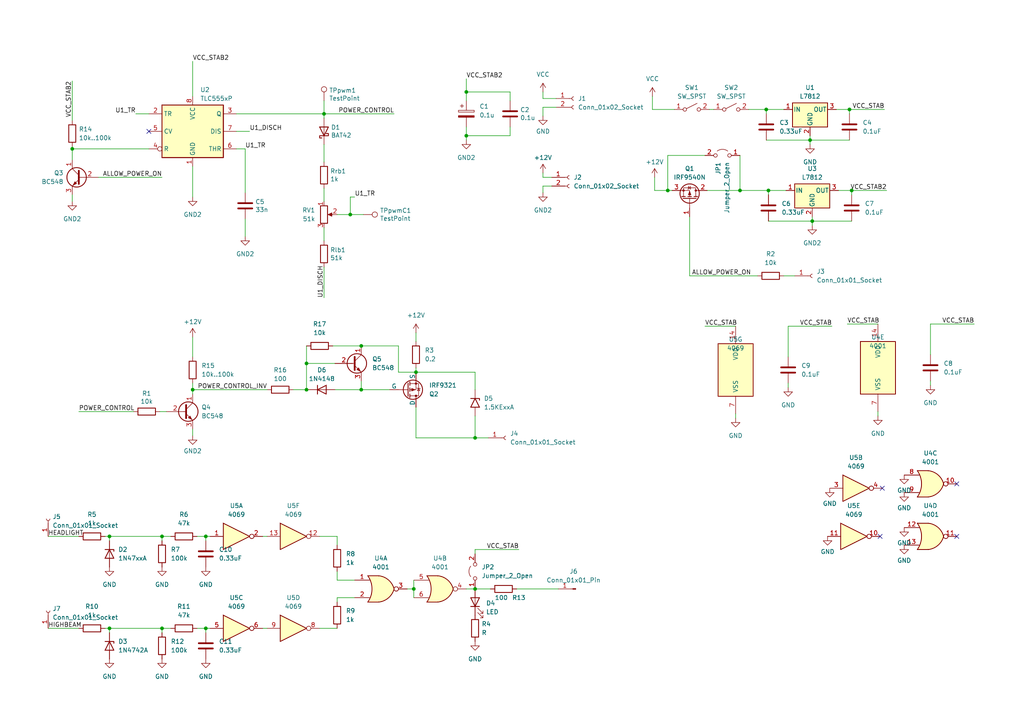
<source format=kicad_sch>
(kicad_sch (version 20230121) (generator eeschema)
  (paper "A4")
  (lib_symbols
    (symbol "4xxx:4001" (pin_names (offset 1.016))
      (property "Reference" "U" (at 0 1.27 0))
      (property "Value" "4001" (at 0 -1.27 0))
      (symbol "4001_1_1"
        (pin input line (at -7.62 2.54 0) (length 4.318) (name "~") (number "1"))
        (pin input line (at -7.62 -2.54 0) (length 4.318) (name "~") (number "2"))
        (pin output inverted (at 7.62 0 180) (length 3.81) (name "~") (number "3"))
      )
      (symbol "4001_1_2"
        (pin input inverted (at -7.62 2.54 0) (length 3.81) (name "~") (number "1"))
        (pin input inverted (at -7.62 -2.54 0) (length 3.81) (name "~") (number "2"))
        (pin output line (at 7.62 0 180) (length 3.81) (name "~") (number "3"))
      )
      (symbol "4001_2_1"
        (pin output inverted (at 7.62 0 180) (length 3.81) (name "~") (number "4"))
        (pin input line (at -7.62 2.54 0) (length 4.318) (name "~") (number "5"))
        (pin input line (at -7.62 -2.54 0) (length 4.318) (name "~") (number "6"))
      )
      (symbol "4001_2_2"
        (pin output line (at 7.62 0 180) (length 3.81) (name "~") (number "4"))
        (pin input inverted (at -7.62 2.54 0) (length 3.81) (name "~") (number "5"))
        (pin input inverted (at -7.62 -2.54 0) (length 3.81) (name "~") (number "6"))
      )
      (symbol "4001_3_1"
        (pin output inverted (at 7.62 0 180) (length 3.81) (name "~") (number "10"))
        (pin input line (at -7.62 2.54 0) (length 4.318) (name "~") (number "8"))
        (pin input line (at -7.62 -2.54 0) (length 4.318) (name "~") (number "9"))
      )
      (symbol "4001_3_2"
        (pin output line (at 7.62 0 180) (length 3.81) (name "~") (number "10"))
        (pin input inverted (at -7.62 2.54 0) (length 3.81) (name "~") (number "8"))
        (pin input inverted (at -7.62 -2.54 0) (length 3.81) (name "~") (number "9"))
      )
      (symbol "4001_4_1"
        (pin output inverted (at 7.62 0 180) (length 3.81) (name "~") (number "11"))
        (pin input line (at -7.62 2.54 0) (length 4.318) (name "~") (number "12"))
        (pin input line (at -7.62 -2.54 0) (length 4.318) (name "~") (number "13"))
      )
      (symbol "4001_4_2"
        (pin output line (at 7.62 0 180) (length 3.81) (name "~") (number "11"))
        (pin input inverted (at -7.62 2.54 0) (length 3.81) (name "~") (number "12"))
        (pin input inverted (at -7.62 -2.54 0) (length 3.81) (name "~") (number "13"))
      )
      (symbol "4001_5_0"
        (pin power_in line (at 0 12.7 270) (length 5.08) (name "VDD") (number "14"))
        (pin power_in line (at 0 -12.7 90) (length 5.08) (name "VSS") (number "7"))
      )
    )
    (symbol "4xxx:4069" (pin_names (offset 1.016))
      (property "Reference" "U" (at 0 1.27 0))
      (property "Value" "4069" (at 0 -1.27 0))
      (symbol "4069_1_0"
        (pin input line (at -7.62 0 0) (length 3.81) (name "~") (number "1"))
        (pin output inverted (at 7.62 0 180) (length 3.81) (name "~") (number "2"))
      )
      (symbol "4069_2_0"
        (pin input line (at -7.62 0 0) (length 3.81) (name "~") (number "3"))
        (pin output inverted (at 7.62 0 180) (length 3.81) (name "~") (number "4"))
      )
      (symbol "4069_3_0"
        (pin input line (at -7.62 0 0) (length 3.81) (name "~") (number "5"))
        (pin output inverted (at 7.62 0 180) (length 3.81) (name "~") (number "6"))
      )
      (symbol "4069_4_0"
        (pin output inverted (at 7.62 0 180) (length 3.81) (name "~") (number "8"))
        (pin input line (at -7.62 0 0) (length 3.81) (name "~") (number "9"))
      )
      (symbol "4069_5_0"
        (pin output inverted (at 7.62 0 180) (length 3.81) (name "~") (number "10"))
        (pin input line (at -7.62 0 0) (length 3.81) (name "~") (number "11"))
      )
      (symbol "4069_6_0"
        (pin output inverted (at 7.62 0 180) (length 3.81) (name "~") (number "12"))
        (pin input line (at -7.62 0 0) (length 3.81) (name "~") (number "13"))
      )
      (symbol "4069_7_0"
        (pin power_in line (at 0 12.7 270) (length 5.08) (name "VDD") (number "14"))
        (pin power_in line (at 0 -12.7 90) (length 5.08) (name "VSS") (number "7"))
      )
    )
    (symbol "Connector:Conn_01x01_Pin" (pin_names (offset 1.016) hide)
      (property "Reference" "J" (at 0 2.54 0))
      (property "Value" "Conn_01x01_Pin" (at 0 -2.54 0))
      (symbol "Conn_01x01_Pin_1_1"
        (pin passive line (at 5.08 0 180) (length 3.81) (name "Pin_1") (number "1"))
      )
    )
    (symbol "Connector:Conn_01x01_Socket" (pin_names (offset 1.016) hide)
      (property "Reference" "J" (at 0 2.54 0))
      (property "Value" "Conn_01x01_Socket" (at 0 -2.54 0))
      (symbol "Conn_01x01_Socket_1_1"
        (pin passive line (at -5.08 0 0) (length 3.81) (name "Pin_1") (number "1"))
      )
    )
    (symbol "Connector:Conn_01x02_Socket" (pin_names (offset 1.016) hide)
      (property "Reference" "J" (at 0 2.54 0))
      (property "Value" "Conn_01x02_Socket" (at 0 -5.08 0))
      (symbol "Conn_01x02_Socket_1_1"
        (pin passive line (at -5.08 0 0) (length 3.81) (name "Pin_1") (number "1"))
        (pin passive line (at -5.08 -2.54 0) (length 3.81) (name "Pin_2") (number "2"))
      )
    )
    (symbol "Connector:TestPoint" (pin_numbers hide) (pin_names (offset 0.762) hide)
      (property "Reference" "TP" (at 0 6.858 0))
      (property "Value" "TestPoint" (at 0 5.08 0))
      (symbol "TestPoint_1_1"
        (pin passive line (at 0 0 90) (length 2.54) (name "1") (number "1"))
      )
    )
    (symbol "Device:C" (pin_numbers hide) (pin_names (offset 0.254))
      (property "Reference" "C" (at 0.635 2.54 0))
      (property "Value" "C" (at 0.635 -2.54 0))
      (symbol "C_1_1"
        (pin passive line (at 0 3.81 270) (length 2.794) (name "~") (number "1"))
        (pin passive line (at 0 -3.81 90) (length 2.794) (name "~") (number "2"))
      )
    )
    (symbol "Device:C_Polarized" (pin_numbers hide) (pin_names (offset 0.254))
      (property "Reference" "C" (at 0.635 2.54 0))
      (property "Value" "C_Polarized" (at 0.635 -2.54 0))
      (symbol "C_Polarized_1_1"
        (pin passive line (at 0 3.81 270) (length 2.794) (name "~") (number "1"))
        (pin passive line (at 0 -3.81 90) (length 2.794) (name "~") (number "2"))
      )
    )
    (symbol "Device:LED" (pin_numbers hide) (pin_names (offset 1.016) hide)
      (property "Reference" "D" (at 0 2.54 0))
      (property "Value" "LED" (at 0 -2.54 0))
      (symbol "LED_1_1"
        (pin passive line (at -3.81 0 0) (length 2.54) (name "K") (number "1"))
        (pin passive line (at 3.81 0 180) (length 2.54) (name "A") (number "2"))
      )
    )
    (symbol "Device:R" (pin_numbers hide) (pin_names (offset 0))
      (property "Reference" "R" (at 2.032 0 90))
      (property "Value" "R" (at 0 0 90))
      (symbol "R_1_1"
        (pin passive line (at 0 3.81 270) (length 1.27) (name "~") (number "1"))
        (pin passive line (at 0 -3.81 90) (length 1.27) (name "~") (number "2"))
      )
    )
    (symbol "Device:R_Potentiometer" (pin_names (offset 1.016) hide)
      (property "Reference" "RV" (at -4.445 0 90))
      (property "Value" "R_Potentiometer" (at -2.54 0 90))
      (symbol "R_Potentiometer_1_1"
        (pin passive line (at 0 3.81 270) (length 1.27) (name "1") (number "1"))
        (pin passive line (at 3.81 0 180) (length 1.27) (name "2") (number "2"))
        (pin passive line (at 0 -3.81 90) (length 1.27) (name "3") (number "3"))
      )
    )
    (symbol "Diode:1.5KExxA" (pin_numbers hide) (pin_names (offset 1.016) hide)
      (property "Reference" "D" (at 0 2.54 0))
      (property "Value" "1.5KExxA" (at 0 -2.54 0))
      (symbol "1.5KExxA_1_1"
        (pin passive line (at -3.81 0 0) (length 2.54) (name "A1") (number "1"))
        (pin passive line (at 3.81 0 180) (length 2.54) (name "A2") (number "2"))
      )
    )
    (symbol "Diode:1N4148" (pin_numbers hide) (pin_names hide)
      (property "Reference" "D" (at 0 2.54 0))
      (property "Value" "1N4148" (at 0 -2.54 0))
      (symbol "1N4148_1_1"
        (pin passive line (at -3.81 0 0) (length 2.54) (name "K") (number "1"))
        (pin passive line (at 3.81 0 180) (length 2.54) (name "A") (number "2"))
      )
    )
    (symbol "Diode:1N47xxA" (pin_numbers hide) (pin_names hide)
      (property "Reference" "D" (at 0 2.54 0))
      (property "Value" "1N47xxA" (at 0 -2.54 0))
      (symbol "1N47xxA_1_1"
        (pin passive line (at -3.81 0 0) (length 2.54) (name "K") (number "1"))
        (pin passive line (at 3.81 0 180) (length 2.54) (name "A") (number "2"))
      )
    )
    (symbol "Diode:BAT42" (pin_numbers hide) (pin_names (offset 1.016) hide)
      (property "Reference" "D" (at 0 2.54 0))
      (property "Value" "BAT42" (at 0 -2.54 0))
      (symbol "BAT42_1_1"
        (pin passive line (at -3.81 0 0) (length 2.54) (name "K") (number "1"))
        (pin passive line (at 3.81 0 180) (length 2.54) (name "A") (number "2"))
      )
    )
    (symbol "Jumper:Jumper_2_Open" (pin_names (offset 0) hide)
      (property "Reference" "JP" (at 0 2.794 0))
      (property "Value" "Jumper_2_Open" (at 0 -2.286 0))
      (symbol "Jumper_2_Open_1_1"
        (pin passive line (at -5.08 0 0) (length 2.54) (name "A") (number "1"))
        (pin passive line (at 5.08 0 180) (length 2.54) (name "B") (number "2"))
      )
    )
    (symbol "Regulator_Linear:L7812" (pin_names (offset 0.254))
      (property "Reference" "U" (at -3.81 3.175 0))
      (property "Value" "L7812" (at 0 3.175 0))
      (symbol "L7812_1_1"
        (pin power_in line (at -7.62 0 0) (length 2.54) (name "IN") (number "1"))
        (pin power_in line (at 0 -7.62 90) (length 2.54) (name "GND") (number "2"))
        (pin power_out line (at 7.62 0 180) (length 2.54) (name "OUT") (number "3"))
      )
    )
    (symbol "Simulation_SPICE:PMOS" (pin_numbers hide) (pin_names (offset 0))
      (property "Reference" "Q" (at 5.08 1.27 0))
      (property "Value" "PMOS" (at 5.08 -1.27 0))
      (symbol "PMOS_1_1"
        (pin passive line (at 2.54 5.08 270) (length 2.54) (name "D") (number "1"))
        (pin input line (at -5.08 0 0) (length 2.54) (name "G") (number "2"))
        (pin passive line (at 2.54 -5.08 90) (length 2.54) (name "S") (number "3"))
      )
    )
    (symbol "Switch:SW_SPST" (pin_names (offset 0) hide)
      (property "Reference" "SW" (at 0 3.175 0))
      (property "Value" "SW_SPST" (at 0 -2.54 0))
      (symbol "SW_SPST_1_1"
        (pin passive line (at -5.08 0 0) (length 2.54) (name "A") (number "1"))
        (pin passive line (at 5.08 0 180) (length 2.54) (name "B") (number "2"))
      )
    )
    (symbol "Timer:TLC555xP"
      (property "Reference" "U" (at -10.16 8.89 0))
      (property "Value" "TLC555xP" (at 2.54 8.89 0))
      (symbol "TLC555xP_0_0"
        (pin power_in line (at 0 -10.16 90) (length 2.54) (name "GND") (number "1"))
        (pin power_in line (at 0 10.16 270) (length 2.54) (name "VCC") (number "8"))
      )
      (symbol "TLC555xP_1_1"
        (pin input line (at -12.7 5.08 0) (length 3.81) (name "TR") (number "2"))
        (pin output line (at 12.7 5.08 180) (length 3.81) (name "Q") (number "3"))
        (pin input inverted (at -12.7 -5.08 0) (length 3.81) (name "R") (number "4"))
        (pin input line (at -12.7 0 0) (length 3.81) (name "CV") (number "5"))
        (pin input line (at 12.7 -5.08 180) (length 3.81) (name "THR") (number "6"))
        (pin input line (at 12.7 0 180) (length 3.81) (name "DIS") (number "7"))
      )
    )
    (symbol "Transistor_BJT:BC548" (pin_names (offset 0) hide)
      (property "Reference" "Q" (at 5.08 1.905 0))
      (property "Value" "BC548" (at 5.08 0 0))
      (symbol "BC548_1_1"
        (pin passive line (at 2.54 5.08 270) (length 2.54) (name "C") (number "1"))
        (pin input line (at -5.08 0 0) (length 5.08) (name "B") (number "2"))
        (pin passive line (at 2.54 -5.08 90) (length 2.54) (name "E") (number "3"))
      )
    )
    (symbol "Transistor_FET:IRF9540N" (pin_names hide)
      (property "Reference" "Q" (at 5.08 1.905 0))
      (property "Value" "IRF9540N" (at 5.08 0 0))
      (symbol "IRF9540N_1_1"
        (pin input line (at -5.08 0 0) (length 2.54) (name "G") (number "1"))
        (pin passive line (at 2.54 5.08 270) (length 2.54) (name "D") (number "2"))
        (pin passive line (at 2.54 -5.08 90) (length 2.54) (name "S") (number "3"))
      )
    )
    (symbol "power:+12V" (power) (pin_names (offset 0))
      (property "Value" "+12V" (at 0 3.556 0))
      (symbol "+12V_1_1"
        (pin power_in line (at 0 0 90) (length 0) hide (name "+12V") (number "1"))
      )
    )
    (symbol "power:GND" (power) (pin_names (offset 0))
      (property "Value" "GND" (at 0 -3.81 0))
      (symbol "GND_1_1"
        (pin power_in line (at 0 0 270) (length 0) hide (name "GND") (number "1"))
      )
    )
    (symbol "power:GND2" (power) (pin_names (offset 0))
      (property "Value" "GND2" (at 0 -3.81 0))
      (symbol "GND2_1_1"
        (pin power_in line (at 0 0 270) (length 0) hide (name "GND2") (number "1"))
      )
    )
    (symbol "power:VCC" (power) (pin_names (offset 0))
      (property "Value" "VCC" (at 0 3.81 0))
      (symbol "VCC_1_1"
        (pin power_in line (at 0 0 90) (length 0) hide (name "VCC") (number "1"))
      )
    )
  )
  (junction (at 193.675 55.245))
  (junction (at 104.775 113.03))
  (junction (at 88.9 113.03))
  (junction (at 46.99 155.575))
  (junction (at 93.98 33.02))
  (junction (at 101.6 62.23))
  (junction (at 214.63 55.245))
  (junction (at 234.95 40.64))
  (junction (at 55.88 113.03))
  (junction (at 59.69 155.575))
  (junction (at 137.795 170.815))
  (junction (at 31.75 155.575))
  (junction (at 104.775 100.33))
  (junction (at 235.585 64.135))
  (junction (at 137.795 127))
  (junction (at 88.9 105.41))
  (junction (at 31.75 182.245))
  (junction (at 222.25 31.75))
  (junction (at 247.015 55.245))
  (junction (at 20.955 43.18))
  (junction (at 222.885 55.245))
  (junction (at 246.38 31.75))
  (junction (at 46.99 182.245))
  (junction (at 135.255 39.37))
  (junction (at 59.69 182.245))
  (junction (at 120.65 107.95))
  (junction (at 135.255 26.67))
  (junction (at 120.015 170.815))
  (no_connect (at 277.495 140.335))
  (no_connect (at 43.18 38.1))
  (no_connect (at 277.495 155.575))
  (no_connect (at 255.905 141.605))
  (no_connect (at 255.27 155.575))
  (wire (pts (xy 101.6 62.23) (xy 105.41 62.23)))
  (wire (pts (xy 97.79 158.115) (xy 97.79 155.575)))
  (wire (pts (xy 228.6 103.505) (xy 228.6 94.615)))
  (wire (pts (xy 57.15 182.245) (xy 59.69 182.245)))
  (wire (pts (xy 205.105 55.245) (xy 214.63 55.245)))
  (wire (pts (xy 46.355 119.38) (xy 48.26 119.38)))
  (wire (pts (xy 55.88 124.46) (xy 55.88 126.365)))
  (wire (pts (xy 55.88 103.505) (xy 55.88 97.79)))
  (wire (pts (xy 149.86 170.815) (xy 161.925 170.815)))
  (wire (pts (xy 30.48 155.575) (xy 31.75 155.575)))
  (wire (pts (xy 246.38 31.75) (xy 256.54 31.75)))
  (wire (pts (xy 137.795 107.95) (xy 120.65 107.95)))
  (wire (pts (xy 235.585 64.135) (xy 235.585 65.405)))
  (wire (pts (xy 93.98 33.02) (xy 114.3 33.02)))
  (wire (pts (xy 20.955 56.515) (xy 20.955 58.42)))
  (wire (pts (xy 13.97 182.245) (xy 22.86 182.245)))
  (wire (pts (xy 157.48 31.115) (xy 157.48 33.655)))
  (wire (pts (xy 71.12 43.18) (xy 71.12 55.88)))
  (wire (pts (xy 120.65 96.52) (xy 120.65 99.06)))
  (wire (pts (xy 195.58 31.75) (xy 189.23 31.75)))
  (wire (pts (xy 46.99 182.245) (xy 46.99 183.515)))
  (wire (pts (xy 31.75 155.575) (xy 46.99 155.575)))
  (wire (pts (xy 120.65 118.11) (xy 120.65 127)))
  (wire (pts (xy 157.48 53.975) (xy 157.48 55.88)))
  (wire (pts (xy 93.98 77.47) (xy 93.98 86.36)))
  (wire (pts (xy 214.63 45.085) (xy 214.63 55.245)))
  (wire (pts (xy 76.2 182.245) (xy 77.47 182.245)))
  (wire (pts (xy 68.58 33.02) (xy 93.98 33.02)))
  (wire (pts (xy 247.015 55.245) (xy 247.015 56.515)))
  (wire (pts (xy 245.745 93.98) (xy 254.635 93.98)))
  (wire (pts (xy 59.69 183.515) (xy 59.69 182.245)))
  (wire (pts (xy 120.65 106.68) (xy 120.65 107.95)))
  (wire (pts (xy 160.02 53.975) (xy 157.48 53.975)))
  (wire (pts (xy 118.11 170.815) (xy 120.015 170.815)))
  (wire (pts (xy 189.865 51.435) (xy 189.865 55.245)))
  (wire (pts (xy 120.015 170.815) (xy 120.015 173.355)))
  (wire (pts (xy 189.865 55.245) (xy 193.675 55.245)))
  (wire (pts (xy 137.795 159.385) (xy 150.495 159.385)))
  (wire (pts (xy 59.69 182.245) (xy 60.96 182.245)))
  (wire (pts (xy 247.015 55.245) (xy 257.175 55.245)))
  (wire (pts (xy 13.97 155.575) (xy 22.86 155.575)))
  (wire (pts (xy 135.255 40.64) (xy 135.255 39.37)))
  (wire (pts (xy 147.955 39.37) (xy 135.255 39.37)))
  (wire (pts (xy 59.69 155.575) (xy 60.96 155.575)))
  (wire (pts (xy 93.98 41.91) (xy 93.98 46.99)))
  (wire (pts (xy 243.205 55.245) (xy 247.015 55.245)))
  (wire (pts (xy 193.675 45.085) (xy 193.675 55.245)))
  (wire (pts (xy 55.88 17.78) (xy 55.88 27.94)))
  (wire (pts (xy 246.38 40.64) (xy 234.95 40.64)))
  (wire (pts (xy 161.29 31.115) (xy 157.48 31.115)))
  (wire (pts (xy 20.955 43.18) (xy 43.18 43.18)))
  (wire (pts (xy 217.17 31.75) (xy 222.25 31.75)))
  (wire (pts (xy 97.79 174.625) (xy 97.79 173.355)))
  (wire (pts (xy 102.87 57.15) (xy 101.6 57.15)))
  (wire (pts (xy 30.48 182.245) (xy 31.75 182.245)))
  (wire (pts (xy 97.79 168.275) (xy 97.79 165.735)))
  (wire (pts (xy 137.795 159.385) (xy 137.795 160.655)))
  (wire (pts (xy 120.015 170.815) (xy 120.015 168.275)))
  (wire (pts (xy 57.15 155.575) (xy 59.69 155.575)))
  (wire (pts (xy 93.98 58.42) (xy 93.98 54.61)))
  (wire (pts (xy 189.23 27.94) (xy 189.23 31.75)))
  (wire (pts (xy 137.795 127) (xy 141.605 127)))
  (wire (pts (xy 97.79 155.575) (xy 92.71 155.575)))
  (wire (pts (xy 39.37 33.02) (xy 43.18 33.02)))
  (wire (pts (xy 22.86 119.38) (xy 38.735 119.38)))
  (wire (pts (xy 55.88 48.26) (xy 55.88 57.15)))
  (wire (pts (xy 102.87 168.275) (xy 97.79 168.275)))
  (wire (pts (xy 214.63 55.245) (xy 222.885 55.245)))
  (wire (pts (xy 242.57 31.75) (xy 246.38 31.75)))
  (wire (pts (xy 46.99 182.245) (xy 49.53 182.245)))
  (wire (pts (xy 269.875 110.49) (xy 269.875 111.76)))
  (wire (pts (xy 135.255 22.86) (xy 135.255 26.67)))
  (wire (pts (xy 235.585 62.865) (xy 235.585 64.135)))
  (wire (pts (xy 161.29 28.575) (xy 157.48 28.575)))
  (wire (pts (xy 157.48 51.435) (xy 157.48 50.165)))
  (wire (pts (xy 88.9 100.33) (xy 88.9 105.41)))
  (wire (pts (xy 104.775 113.03) (xy 113.03 113.03)))
  (wire (pts (xy 88.9 105.41) (xy 88.9 113.03)))
  (wire (pts (xy 97.79 62.23) (xy 101.6 62.23)))
  (wire (pts (xy 228.6 111.125) (xy 228.6 112.395)))
  (wire (pts (xy 135.255 26.67) (xy 135.255 29.21)))
  (wire (pts (xy 247.015 64.135) (xy 235.585 64.135)))
  (wire (pts (xy 234.95 39.37) (xy 234.95 40.64)))
  (wire (pts (xy 135.255 39.37) (xy 135.255 36.83)))
  (wire (pts (xy 254.635 119.38) (xy 254.635 120.65)))
  (wire (pts (xy 20.955 34.925) (xy 20.955 23.495)))
  (wire (pts (xy 227.33 80.01) (xy 230.505 80.01)))
  (wire (pts (xy 104.775 100.33) (xy 115.57 100.33)))
  (wire (pts (xy 46.99 155.575) (xy 49.53 155.575)))
  (wire (pts (xy 31.75 182.245) (xy 31.75 183.515)))
  (wire (pts (xy 55.88 113.03) (xy 55.88 114.3)))
  (wire (pts (xy 234.95 40.64) (xy 234.95 41.91)))
  (wire (pts (xy 219.71 80.01) (xy 200.025 80.01)))
  (wire (pts (xy 222.885 55.245) (xy 227.965 55.245)))
  (wire (pts (xy 205.74 31.75) (xy 207.01 31.75)))
  (wire (pts (xy 97.155 113.03) (xy 104.775 113.03)))
  (wire (pts (xy 137.795 120.65) (xy 137.795 127)))
  (wire (pts (xy 72.39 38.1) (xy 68.58 38.1)))
  (wire (pts (xy 46.99 155.575) (xy 46.99 156.845)))
  (wire (pts (xy 71.12 43.18) (xy 68.58 43.18)))
  (wire (pts (xy 269.875 93.98) (xy 282.575 93.98)))
  (wire (pts (xy 246.38 31.75) (xy 246.38 33.02)))
  (wire (pts (xy 135.255 170.815) (xy 137.795 170.815)))
  (wire (pts (xy 101.6 57.15) (xy 101.6 62.23)))
  (wire (pts (xy 28.575 51.435) (xy 46.99 51.435)))
  (wire (pts (xy 92.71 182.245) (xy 97.79 182.245)))
  (wire (pts (xy 193.675 55.245) (xy 194.945 55.245)))
  (wire (pts (xy 31.75 182.245) (xy 46.99 182.245)))
  (wire (pts (xy 222.25 31.75) (xy 227.33 31.75)))
  (wire (pts (xy 20.955 42.545) (xy 20.955 43.18)))
  (wire (pts (xy 204.47 94.615) (xy 213.36 94.615)))
  (wire (pts (xy 20.955 43.18) (xy 20.955 46.355)))
  (wire (pts (xy 55.88 113.03) (xy 77.47 113.03)))
  (wire (pts (xy 55.88 113.03) (xy 55.88 111.125)))
  (wire (pts (xy 222.25 31.75) (xy 222.25 33.02)))
  (wire (pts (xy 160.02 51.435) (xy 157.48 51.435)))
  (wire (pts (xy 115.57 100.33) (xy 115.57 107.95)))
  (wire (pts (xy 147.955 26.67) (xy 135.255 26.67)))
  (wire (pts (xy 222.25 40.64) (xy 234.95 40.64)))
  (wire (pts (xy 222.885 64.135) (xy 235.585 64.135)))
  (wire (pts (xy 88.9 105.41) (xy 97.155 105.41)))
  (wire (pts (xy 137.795 113.03) (xy 137.795 107.95)))
  (wire (pts (xy 93.98 33.02) (xy 93.98 34.29)))
  (wire (pts (xy 97.79 173.355) (xy 102.87 173.355)))
  (wire (pts (xy 222.885 55.245) (xy 222.885 56.515)))
  (wire (pts (xy 213.36 120.015) (xy 213.36 121.285)))
  (wire (pts (xy 200.025 62.865) (xy 200.025 80.01)))
  (wire (pts (xy 88.9 113.03) (xy 89.535 113.03)))
  (wire (pts (xy 157.48 26.67) (xy 157.48 28.575)))
  (wire (pts (xy 147.955 29.21) (xy 147.955 26.67)))
  (wire (pts (xy 93.98 29.21) (xy 93.98 33.02)))
  (wire (pts (xy 269.875 102.87) (xy 269.875 93.98)))
  (wire (pts (xy 137.795 170.815) (xy 142.24 170.815)))
  (wire (pts (xy 228.6 94.615) (xy 241.3 94.615)))
  (wire (pts (xy 76.2 155.575) (xy 77.47 155.575)))
  (wire (pts (xy 115.57 107.95) (xy 120.65 107.95)))
  (wire (pts (xy 59.69 156.845) (xy 59.69 155.575)))
  (wire (pts (xy 71.12 68.58) (xy 71.12 63.5)))
  (wire (pts (xy 204.47 45.085) (xy 193.675 45.085)))
  (wire (pts (xy 96.52 100.33) (xy 104.775 100.33)))
  (wire (pts (xy 31.75 155.575) (xy 31.75 156.845)))
  (wire (pts (xy 120.65 127) (xy 137.795 127)))
  (wire (pts (xy 104.775 113.03) (xy 104.775 110.49)))
  (wire (pts (xy 147.955 36.83) (xy 147.955 39.37)))
  (wire (pts (xy 85.09 113.03) (xy 88.9 113.03)))
  (wire (pts (xy 93.98 66.04) (xy 93.98 69.85)))
  (label "VCC_STAB" (at 282.575 93.98 180))
  (label "VCC_STAB2" (at 135.255 22.86 0))
  (label "U1_TR" (at 39.37 33.02 180))
  (label "ALLOW_POWER_ON" (at 46.99 51.435 180))
  (label "VCC_STAB2" (at 20.955 23.495 270))
  (label "VCC_STAB" (at 150.495 159.385 180))
  (label "HIGHBEAM" (at 13.97 182.245 0))
  (label "U1_DISCH" (at 72.39 38.1 0))
  (label "ALLOW_POWER_ON" (at 200.66 80.01 0))
  (label "U1_TR" (at 102.87 57.15 0))
  (label "VCC_STAB2" (at 257.175 55.245 180))
  (label "U1_TR" (at 71.12 43.18 0))
  (label "POWER_CONTROL" (at 22.86 119.38 0))
  (label "POWER_CONTROL" (at 114.3 33.02 180))
  (label "VCC_STAB" (at 204.47 94.615 0))
  (label "VCC_STAB" (at 245.745 93.98 0))
  (label "HEADLIGHT" (at 13.97 155.575 0))
  (label "VCC_STAB" (at 241.3 94.615 180))
  (label "POWER_CONTROL_INV" (at 77.47 113.03 180))
  (label "U1_DISCH" (at 93.98 86.36 90))
  (label "VCC_STAB" (at 256.54 31.75 180))
  (label "VCC_STAB2" (at 55.88 17.78 0))
  (symbol (lib_id "Device:R") (at 81.28 113.03 90) (unit 1)
    (property "Reference" "R16" (at 81.28 107.315 90))
    (property "Value" "100" (at 81.28 109.855 90))
    (property "Footprint" "Resistor_THT:R_Axial_DIN0207_L6.3mm_D2.5mm_P2.54mm_Vertical" (effects hide))
  )
  (symbol (lib_id "power:GND") (at 59.69 164.465 0) (unit 1)
    (property "Reference" "#PWR019" (effects hide))
    (property "Value" "GND" (at 59.69 169.545 0))
  )
  (symbol (lib_id "power:GND") (at 31.75 191.135 0) (unit 1)
    (property "Reference" "#PWR020" (effects hide))
    (property "Value" "GND" (at 31.75 196.215 0))
  )
  (symbol (lib_id "power:GND2") (at 55.88 57.15 0) (unit 1)
    (property "Reference" "#PWR09" (effects hide))
    (property "Value" "GND2" (at 55.88 62.23 0))
  )
  (symbol (lib_id "Connector:Conn_01x02_Socket") (at 165.1 51.435 0) (unit 1)
    (property "Reference" "J2" (at 166.37 51.435 0) (effects (justify left)))
    (property "Value" "Conn_01x02_Socket" (at 166.37 53.975 0) (effects (justify left)))
    (property "Footprint" "Connector_Wire:SolderWire-2.5sqmm_1x02_P8.8mm_D2.4mm_OD4.4mm" (effects hide))
  )
  (symbol (lib_id "Device:C") (at 71.12 59.69 0) (unit 1)
    (property "Reference" "C5" (at 74.041 58.5216 0) (effects (justify left)))
    (property "Value" "33n" (at 74.041 60.833 0) (effects (justify left)))
    (property "Footprint" "Capacitor_THT:C_Disc_D6.0mm_W2.5mm_P5.00mm" (effects hide))
  )
  (symbol (lib_id "power:GND2") (at 135.255 40.64 0) (unit 1)
    (property "Reference" "#PWR04" (effects hide))
    (property "Value" "GND2" (at 135.255 45.72 0))
  )
  (symbol (lib_id "power:GND") (at 262.255 153.035 0) (unit 1)
    (property "Reference" "#PWR028" (effects hide))
    (property "Value" "GND" (at 262.255 157.48 0))
  )
  (symbol (lib_id "Device:C") (at 59.69 187.325 0) (unit 1)
    (property "Reference" "C11" (at 63.5 186.055 0) (effects (justify left)))
    (property "Value" "0.33uF" (at 63.5 188.595 0) (effects (justify left)))
    (property "Footprint" "Capacitor_THT:C_Disc_D6.0mm_W2.5mm_P5.00mm" (effects hide))
  )
  (symbol (lib_id "power:GND2") (at 55.88 126.365 0) (unit 1)
    (property "Reference" "#PWR031" (effects hide))
    (property "Value" "GND2" (at 55.88 130.81 0))
  )
  (symbol (lib_id "power:GND") (at 228.6 112.395 0) (unit 1)
    (property "Reference" "#PWR014" (effects hide))
    (property "Value" "GND" (at 228.6 117.475 0))
  )
  (symbol (lib_id "Device:C") (at 222.25 36.83 0) (unit 1)
    (property "Reference" "C3" (at 226.06 35.56 0) (effects (justify left)))
    (property "Value" "0.33uF" (at 226.06 38.1 0) (effects (justify left)))
    (property "Footprint" "Capacitor_THT:C_Disc_D6.0mm_W2.5mm_P5.00mm" (effects hide))
  )
  (symbol (lib_id "Diode:1N47xxA") (at 31.75 160.655 270) (unit 1)
    (property "Reference" "D2" (at 34.29 159.385 90) (effects (justify left)))
    (property "Value" "1N47xxA" (at 34.29 161.925 90) (effects (justify left)))
    (property "Footprint" "Diode_THT:D_DO-41_SOD81_P10.16mm_Horizontal" (effects hide))
    (property "Datasheet" "https://www.vishay.com/docs/85816/1n4728a.pdf" (effects hide))
  )
  (symbol (lib_id "Connector:Conn_01x01_Socket") (at 13.97 177.165 90) (unit 1)
    (property "Reference" "J7" (at 15.24 176.53 90) (effects (justify right)))
    (property "Value" "Conn_01x01_Socket" (at 15.24 179.07 90) (effects (justify right)))
    (property "Footprint" "Connector_Wire:SolderWire-1.5sqmm_1x01_D1.7mm_OD3mm" (effects hide))
  )
  (symbol (lib_id "Connector:Conn_01x02_Socket") (at 166.37 28.575 0) (unit 1)
    (property "Reference" "J1" (at 167.64 28.575 0) (effects (justify left)))
    (property "Value" "Conn_01x02_Socket" (at 167.64 31.115 0) (effects (justify left)))
    (property "Footprint" "Connector_Wire:SolderWire-2.5sqmm_1x02_P8.8mm_D2.4mm_OD4.4mm" (effects hide))
  )
  (symbol (lib_id "4xxx:4069") (at 248.285 141.605 0) (unit 2)
    (property "Reference" "U5" (at 248.285 132.715 0))
    (property "Value" "4069" (at 248.285 135.255 0))
    (property "Footprint" "Package_DIP:DIP-14_W7.62mm" (effects hide))
    (property "Datasheet" "http://www.intersil.com/content/dam/Intersil/documents/cd40/cd4069ubms.pdf" (effects hide))
  )
  (symbol (lib_id "power:GND") (at 234.95 41.91 0) (unit 1)
    (property "Reference" "#PWR05" (effects hide))
    (property "Value" "GND" (at 234.95 46.99 0))
  )
  (symbol (lib_id "power:GND2") (at 71.12 68.58 0) (unit 1)
    (property "Reference" "#PWR010" (effects hide))
    (property "Value" "GND2" (at 71.12 73.66 0))
  )
  (symbol (lib_id "Device:R") (at 46.99 160.655 0) (unit 1)
    (property "Reference" "R7" (at 49.53 159.385 0) (effects (justify left)))
    (property "Value" "100k" (at 49.53 161.925 0) (effects (justify left)))
    (property "Footprint" "Resistor_THT:R_Axial_DIN0207_L6.3mm_D2.5mm_P2.54mm_Vertical" (effects hide))
  )
  (symbol (lib_id "Device:R") (at 42.545 119.38 270) (unit 1)
    (property "Reference" "R1" (at 42.545 114.1222 90))
    (property "Value" "10k" (at 42.545 116.4336 90))
    (property "Footprint" "Resistor_THT:R_Axial_DIN0207_L6.3mm_D2.5mm_P2.54mm_Vertical" (effects hide))
  )
  (symbol (lib_id "power:+12V") (at 189.865 51.435 0) (unit 1)
    (property "Reference" "#PWR07" (effects hide))
    (property "Value" "+12V" (at 189.865 46.99 0))
  )
  (symbol (lib_id "power:VCC") (at 157.48 26.67 0) (unit 1)
    (property "Reference" "#PWR01" (effects hide))
    (property "Value" "VCC" (at 157.48 21.59 0))
  )
  (symbol (lib_id "Device:C") (at 247.015 60.325 0) (unit 1)
    (property "Reference" "C7" (at 250.825 59.055 0) (effects (justify left)))
    (property "Value" "0.1uF" (at 250.825 61.595 0) (effects (justify left)))
    (property "Footprint" "Capacitor_THT:C_Disc_D6.0mm_W2.5mm_P5.00mm" (effects hide))
  )
  (symbol (lib_id "Transistor_FET:IRF9540N") (at 200.025 57.785 270) (mirror x) (unit 1)
    (property "Reference" "Q1" (at 200.025 48.895 90))
    (property "Value" "IRF9540N" (at 200.025 51.435 90))
    (property "Footprint" "LIB:TO-220-3_Vertical-mod" (effects hide))
    (property "Datasheet" "http://www.irf.com/product-info/datasheets/data/irf9540n.pdf" (effects hide))
  )
  (symbol (lib_id "Switch:SW_SPST") (at 200.66 31.75 0) (unit 1)
    (property "Reference" "SW1" (at 200.66 25.4 0))
    (property "Value" "SW_SPST" (at 200.66 27.94 0))
    (property "Footprint" "Connector_Wire:SolderWire-2.5sqmm_1x02_P8.8mm_D2.4mm_OD4.4mm" (effects hide))
  )
  (symbol (lib_id "Connector:TestPoint") (at 93.98 29.21 0) (unit 1)
    (property "Reference" "TPpwm1" (at 95.4532 26.2128 0) (effects (justify left)))
    (property "Value" "TestPoint" (at 95.4532 28.5242 0) (effects (justify left)))
    (property "Footprint" "TestPoint:TestPoint_Pad_4.0x4.0mm" (effects hide))
  )
  (symbol (lib_id "power:GND") (at 157.48 33.655 0) (unit 1)
    (property "Reference" "#PWR03" (effects hide))
    (property "Value" "GND" (at 157.48 38.1 0))
  )
  (symbol (lib_id "Diode:1.5KExxA") (at 137.795 116.84 270) (unit 1)
    (property "Reference" "D5" (at 140.335 115.57 90) (effects (justify left)))
    (property "Value" "1.5KExxA" (at 140.335 118.11 90) (effects (justify left)))
    (property "Footprint" "Diode_THT:D_DO-201AE_P15.24mm_Horizontal" (effects hide))
    (property "Datasheet" "https://www.vishay.com/docs/88301/15ke.pdf" (effects hide))
  )
  (symbol (lib_id "power:GND") (at 254.635 120.65 0) (unit 1)
    (property "Reference" "#PWR015" (effects hide))
    (property "Value" "GND" (at 254.635 125.73 0))
  )
  (symbol (lib_id "4xxx:4001") (at 269.875 155.575 0) (unit 4)
    (property "Reference" "U4" (at 269.875 146.685 0))
    (property "Value" "4001" (at 269.875 149.225 0))
    (property "Footprint" "Package_DIP:DIP-14_W7.62mm" (effects hide))
    (property "Datasheet" "http://www.intersil.com/content/dam/Intersil/documents/cd40/cd4000bms-01bms-02bms-25bms.pdf" (effects hide))
  )
  (symbol (lib_id "Device:R") (at 53.34 182.245 90) (unit 1)
    (property "Reference" "R11" (at 53.34 175.895 90))
    (property "Value" "47k" (at 53.34 178.435 90))
    (property "Footprint" "Resistor_THT:R_Axial_DIN0207_L6.3mm_D2.5mm_P2.54mm_Vertical" (effects hide))
  )
  (symbol (lib_id "Connector:Conn_01x01_Socket") (at 13.97 150.495 90) (unit 1)
    (property "Reference" "J5" (at 15.24 149.86 90) (effects (justify right)))
    (property "Value" "Conn_01x01_Socket" (at 15.24 152.4 90) (effects (justify right)))
    (property "Footprint" "Connector_Wire:SolderWire-1.5sqmm_1x01_D1.7mm_OD3mm" (effects hide))
  )
  (symbol (lib_id "Timer:TLC555xP") (at 55.88 38.1 0) (unit 1)
    (property "Reference" "U2" (at 58.0741 26.035 0) (effects (justify left)))
    (property "Value" "TLC555xP" (at 58.0741 28.575 0) (effects (justify left)))
    (property "Footprint" "Package_DIP:DIP-8_W7.62mm" (effects hide))
    (property "Datasheet" "http://www.ti.com/lit/ds/symlink/tlc555.pdf" (effects hide))
  )
  (symbol (lib_id "Transistor_BJT:BC548") (at 53.34 119.38 0) (unit 1)
    (property "Reference" "Q4" (at 58.42 118.11 0) (effects (justify left)))
    (property "Value" "BC548" (at 58.42 120.65 0) (effects (justify left)))
    (property "Footprint" "LIB:TO-92_HandSolder2" (effects hide))
    (property "Datasheet" "https://www.onsemi.com/pub/Collateral/BC550-D.pdf" (effects hide))
  )
  (symbol (lib_id "Device:R") (at 53.34 155.575 90) (unit 1)
    (property "Reference" "R6" (at 53.34 149.225 90))
    (property "Value" "47k" (at 53.34 151.765 90))
    (property "Footprint" "Resistor_THT:R_Axial_DIN0207_L6.3mm_D2.5mm_P2.54mm_Vertical" (effects hide))
  )
  (symbol (lib_id "Jumper:Jumper_2_Open") (at 209.55 45.085 0) (mirror y) (unit 1)
    (property "Reference" "JP1" (at 208.28 46.99 90) (effects (justify right)))
    (property "Value" "Jumper_2_Open" (at 210.82 46.99 90) (effects (justify right)))
    (property "Footprint" "Connector_Wire:SolderWire-0.75sqmm_1x02_P4.8mm_D1.25mm_OD2.3mm" (effects hide))
  )
  (symbol (lib_id "Device:C") (at 269.875 106.68 0) (unit 1)
    (property "Reference" "C8" (at 273.685 105.41 0) (effects (justify left)))
    (property "Value" "0.1uF" (at 273.685 107.95 0) (effects (justify left)))
    (property "Footprint" "Capacitor_THT:C_Disc_D6.0mm_W2.5mm_P5.00mm" (effects hide))
  )
  (symbol (lib_id "Switch:SW_SPST") (at 212.09 31.75 0) (unit 1)
    (property "Reference" "SW2" (at 212.09 25.4 0))
    (property "Value" "SW_SPST" (at 212.09 27.94 0))
    (property "Footprint" "Connector_Wire:SolderWire-2.5sqmm_1x02_P8.8mm_D2.4mm_OD4.4mm" (effects hide))
  )
  (symbol (lib_id "Device:R") (at 120.65 102.87 0) (unit 1)
    (property "Reference" "R3" (at 123.19 101.6 0) (effects (justify left)))
    (property "Value" "0.2" (at 123.19 104.14 0) (effects (justify left)))
    (property "Footprint" "Connector_Wire:SolderWire-1sqmm_1x02_P5.4mm_D1.4mm_OD2.7mm" (effects hide))
  )
  (symbol (lib_id "Device:C") (at 246.38 36.83 0) (unit 1)
    (property "Reference" "C4" (at 250.19 35.56 0) (effects (justify left)))
    (property "Value" "0.1uF" (at 250.19 38.1 0) (effects (justify left)))
    (property "Footprint" "Capacitor_THT:C_Disc_D6.0mm_W2.5mm_P5.00mm" (effects hide))
  )
  (symbol (lib_id "Device:R") (at 92.71 100.33 90) (unit 1)
    (property "Reference" "R17" (at 92.71 93.98 90))
    (property "Value" "10k" (at 92.71 96.52 90))
    (property "Footprint" "Resistor_THT:R_Axial_DIN0207_L6.3mm_D2.5mm_P2.54mm_Vertical" (effects hide))
  )
  (symbol (lib_id "4xxx:4001") (at 254.635 106.68 0) (unit 5)
    (property "Reference" "U4" (at 254.635 97.79 0))
    (property "Value" "4001" (at 254.635 100.33 0))
    (property "Footprint" "Package_DIP:DIP-14_W7.62mm" (effects hide))
    (property "Datasheet" "http://www.intersil.com/content/dam/Intersil/documents/cd40/cd4000bms-01bms-02bms-25bms.pdf" (effects hide))
  )
  (symbol (lib_id "Transistor_BJT:BC548") (at 23.495 51.435 0) (mirror y) (unit 1)
    (property "Reference" "Q3" (at 18.415 50.165 0) (effects (justify left)))
    (property "Value" "BC548" (at 18.415 52.705 0) (effects (justify left)))
    (property "Footprint" "LIB:TO-92_HandSolder2" (effects hide))
    (property "Datasheet" "https://www.onsemi.com/pub/Collateral/BC550-D.pdf" (effects hide))
  )
  (symbol (lib_id "Device:R") (at 46.99 187.325 0) (unit 1)
    (property "Reference" "R12" (at 49.53 186.055 0) (effects (justify left)))
    (property "Value" "100k" (at 49.53 188.595 0) (effects (justify left)))
    (property "Footprint" "Resistor_THT:R_Axial_DIN0207_L6.3mm_D2.5mm_P2.54mm_Vertical" (effects hide))
  )
  (symbol (lib_id "power:GND") (at 46.99 164.465 0) (unit 1)
    (property "Reference" "#PWR018" (effects hide))
    (property "Value" "GND" (at 46.99 169.545 0))
  )
  (symbol (lib_id "Device:R_Potentiometer") (at 93.98 62.23 0) (unit 1)
    (property "Reference" "RV1" (at 91.44 60.9599 0) (effects (justify right)))
    (property "Value" "51k" (at 91.44 63.4999 0) (effects (justify right)))
    (property "Footprint" "Connector_Wire:SolderWire-0.1sqmm_1x03_P3.6mm_D0.4mm_OD1mm_Relief" (effects hide))
  )
  (symbol (lib_id "power:+12V") (at 120.65 96.52 0) (unit 1)
    (property "Reference" "#PWR012" (effects hide))
    (property "Value" "+12V" (at 120.65 91.44 0))
  )
  (symbol (lib_id "Device:R") (at 93.98 73.66 0) (unit 1)
    (property "Reference" "Rlb1" (at 95.758 72.4916 0) (effects (justify left)))
    (property "Value" "51k" (at 95.758 74.803 0) (effects (justify left)))
    (property "Footprint" "Resistor_THT:R_Axial_DIN0207_L6.3mm_D2.5mm_P2.54mm_Vertical" (effects hide))
  )
  (symbol (lib_id "Device:R") (at 223.52 80.01 90) (unit 1)
    (property "Reference" "R2" (at 223.52 73.66 90))
    (property "Value" "10k" (at 223.52 76.2 90))
    (property "Footprint" "Resistor_THT:R_Axial_DIN0207_L6.3mm_D2.5mm_P2.54mm_Vertical" (effects hide))
  )
  (symbol (lib_id "power:+12V") (at 55.88 97.79 0) (unit 1)
    (property "Reference" "#PWR032" (effects hide))
    (property "Value" "+12V" (at 55.88 93.345 0))
  )
  (symbol (lib_id "4xxx:4001") (at 269.875 140.335 0) (unit 3)
    (property "Reference" "U4" (at 269.875 131.445 0))
    (property "Value" "4001" (at 269.875 133.985 0))
    (property "Footprint" "Package_DIP:DIP-14_W7.62mm" (effects hide))
    (property "Datasheet" "http://www.intersil.com/content/dam/Intersil/documents/cd40/cd4000bms-01bms-02bms-25bms.pdf" (effects hide))
  )
  (symbol (lib_id "Device:R") (at 97.79 161.925 0) (unit 1)
    (property "Reference" "R8" (at 100.33 160.655 0) (effects (justify left)))
    (property "Value" "1k" (at 100.33 163.195 0) (effects (justify left)))
    (property "Footprint" "Resistor_THT:R_Axial_DIN0207_L6.3mm_D2.5mm_P2.54mm_Vertical" (effects hide))
  )
  (symbol (lib_id "power:GND") (at 31.75 164.465 0) (unit 1)
    (property "Reference" "#PWR017" (effects hide))
    (property "Value" "GND" (at 31.75 169.545 0))
  )
  (symbol (lib_id "power:GND") (at 213.36 121.285 0) (unit 1)
    (property "Reference" "#PWR016" (effects hide))
    (property "Value" "GND" (at 213.36 126.365 0))
  )
  (symbol (lib_id "4xxx:4069") (at 68.58 155.575 0) (unit 1)
    (property "Reference" "U5" (at 68.58 146.685 0))
    (property "Value" "4069" (at 68.58 149.225 0))
    (property "Footprint" "Package_DIP:DIP-14_W7.62mm" (effects hide))
    (property "Datasheet" "http://www.intersil.com/content/dam/Intersil/documents/cd40/cd4069ubms.pdf" (effects hide))
  )
  (symbol (lib_id "Device:C") (at 228.6 107.315 0) (unit 1)
    (property "Reference" "C9" (at 232.41 106.045 0) (effects (justify left)))
    (property "Value" "0.1uF" (at 232.41 108.585 0) (effects (justify left)))
    (property "Footprint" "Capacitor_THT:C_Disc_D6.0mm_W2.5mm_P5.00mm" (effects hide))
  )
  (symbol (lib_id "4xxx:4001") (at 110.49 170.815 0) (unit 1)
    (property "Reference" "U4" (at 110.49 161.925 0))
    (property "Value" "4001" (at 110.49 164.465 0))
    (property "Footprint" "Package_DIP:DIP-14_W7.62mm" (effects hide))
    (property "Datasheet" "http://www.intersil.com/content/dam/Intersil/documents/cd40/cd4000bms-01bms-02bms-25bms.pdf" (effects hide))
  )
  (symbol (lib_id "power:GND") (at 59.69 191.135 0) (unit 1)
    (property "Reference" "#PWR022" (effects hide))
    (property "Value" "GND" (at 59.69 196.215 0))
  )
  (symbol (lib_id "Connector:Conn_01x01_Socket") (at 146.685 127 0) (unit 1)
    (property "Reference" "J4" (at 147.955 125.73 0) (effects (justify left)))
    (property "Value" "Conn_01x01_Socket" (at 147.955 128.27 0) (effects (justify left)))
    (property "Footprint" "Connector_Wire:SolderWire-2.5sqmm_1x01_D2.4mm_OD3.6mm" (effects hide))
  )
  (symbol (lib_id "Device:C") (at 222.885 60.325 0) (unit 1)
    (property "Reference" "C6" (at 226.695 59.055 0) (effects (justify left)))
    (property "Value" "0.33uF" (at 226.695 61.595 0) (effects (justify left)))
    (property "Footprint" "Capacitor_THT:C_Disc_D6.0mm_W2.5mm_P5.00mm" (effects hide))
  )
  (symbol (lib_id "Device:R") (at 137.795 182.245 0) (unit 1)
    (property "Reference" "R4" (at 139.7 180.975 0) (effects (justify left)))
    (property "Value" "R" (at 139.7 183.515 0) (effects (justify left)))
    (property "Footprint" "Resistor_THT:R_Axial_DIN0207_L6.3mm_D2.5mm_P2.54mm_Vertical" (effects hide))
  )
  (symbol (lib_id "power:GND") (at 262.255 137.795 0) (unit 1)
    (property "Reference" "#PWR030" (effects hide))
    (property "Value" "GND" (at 262.255 142.24 0))
  )
  (symbol (lib_id "Device:R") (at 146.05 170.815 90) (unit 1)
    (property "Reference" "R13" (at 150.495 173.355 90))
    (property "Value" "100" (at 145.415 173.355 90))
    (property "Footprint" "Resistor_THT:R_Axial_DIN0207_L6.3mm_D2.5mm_P2.54mm_Vertical" (effects hide))
  )
  (symbol (lib_id "Device:R") (at 20.955 38.735 0) (unit 1)
    (property "Reference" "R14" (at 22.86 37.465 0) (effects (justify left)))
    (property "Value" "10k..100k" (at 22.86 40.005 0) (effects (justify left)))
    (property "Footprint" "Resistor_THT:R_Axial_DIN0207_L6.3mm_D2.5mm_P2.54mm_Vertical" (effects hide))
  )
  (symbol (lib_id "Device:R") (at 93.98 50.8 0) (unit 1)
    (property "Reference" "Rrb1" (at 95.758 49.6316 0) (effects (justify left)))
    (property "Value" "1k" (at 95.758 51.943 0) (effects (justify left)))
    (property "Footprint" "Resistor_THT:R_Axial_DIN0207_L6.3mm_D2.5mm_P2.54mm_Vertical" (effects hide))
  )
  (symbol (lib_id "4xxx:4069") (at 85.09 155.575 0) (unit 6)
    (property "Reference" "U5" (at 85.09 146.685 0))
    (property "Value" "4069" (at 85.09 149.225 0))
    (property "Footprint" "Package_DIP:DIP-14_W7.62mm" (effects hide))
    (property "Datasheet" "http://www.intersil.com/content/dam/Intersil/documents/cd40/cd4069ubms.pdf" (effects hide))
  )
  (symbol (lib_id "power:+12V") (at 157.48 50.165 0) (unit 1)
    (property "Reference" "#PWR06" (effects hide))
    (property "Value" "+12V" (at 157.48 45.72 0))
  )
  (symbol (lib_id "power:GND") (at 240.03 155.575 0) (unit 1)
    (property "Reference" "#PWR024" (effects hide))
    (property "Value" "GND" (at 240.03 160.02 0))
  )
  (symbol (lib_id "Diode:1N47xxA") (at 31.75 187.325 270) (unit 1)
    (property "Reference" "D3" (at 34.29 186.055 90) (effects (justify left)))
    (property "Value" "1N4742A" (at 34.29 188.595 90) (effects (justify left)))
    (property "Footprint" "Diode_THT:D_DO-41_SOD81_P10.16mm_Horizontal" (effects hide))
    (property "Datasheet" "https://www.vishay.com/docs/85816/1n4728a.pdf" (effects hide))
  )
  (symbol (lib_id "power:GND") (at 46.99 191.135 0) (unit 1)
    (property "Reference" "#PWR021" (effects hide))
    (property "Value" "GND" (at 46.99 196.215 0))
  )
  (symbol (lib_id "Connector:Conn_01x01_Socket") (at 235.585 80.01 0) (unit 1)
    (property "Reference" "J3" (at 236.855 78.74 0) (effects (justify left)))
    (property "Value" "Conn_01x01_Socket" (at 236.855 81.28 0) (effects (justify left)))
    (property "Footprint" "Connector_Wire:SolderWire-1.5sqmm_1x01_D1.7mm_OD3mm" (effects hide))
  )
  (symbol (lib_id "power:GND2") (at 157.48 55.88 0) (unit 1)
    (property "Reference" "#PWR08" (effects hide))
    (property "Value" "GND2" (at 157.48 60.96 0))
  )
  (symbol (lib_id "Simulation_SPICE:PMOS") (at 118.11 113.03 0) (mirror x) (unit 1)
    (property "Reference" "Q2" (at 124.46 114.3 0) (effects (justify left)))
    (property "Value" "IRF9321" (at 124.46 111.76 0) (effects (justify left)))
    (property "Footprint" "LIB:SO-8_3.9x4.9mm_P1.27mm" (effects hide))
    (property "Datasheet" "https://ngspice.sourceforge.io/docs/ngspice-manual.pdf" (effects hide))
    (property "Sim.Device" "PMOS" (effects hide))
    (property "Sim.Type" "VDMOS" (effects hide))
    (property "Sim.Pins" "1=D 2=G 3=S" (effects hide))
  )
  (symbol (lib_id "Diode:1N4148") (at 93.345 113.03 0) (unit 1)
    (property "Reference" "D6" (at 93.345 107.315 0))
    (property "Value" "1N4148" (at 93.345 109.855 0))
    (property "Footprint" "Diode_THT:D_DO-35_SOD27_P7.62mm_Horizontal" (effects hide))
    (property "Datasheet" "https://assets.nexperia.com/documents/data-sheet/1N4148_1N4448.pdf" (effects hide))
    (property "Sim.Device" "D" (effects hide))
    (property "Sim.Pins" "1=K 2=A" (effects hide))
  )
  (symbol (lib_id "power:GND") (at 240.665 141.605 0) (unit 1)
    (property "Reference" "#PWR023" (effects hide))
    (property "Value" "GND" (at 240.665 146.05 0))
  )
  (symbol (lib_id "Device:R") (at 26.67 155.575 90) (unit 1)
    (property "Reference" "R5" (at 26.67 149.225 90))
    (property "Value" "1k" (at 26.67 151.765 90))
    (property "Footprint" "Resistor_THT:R_Axial_DIN0207_L6.3mm_D2.5mm_P2.54mm_Vertical" (effects hide))
  )
  (symbol (lib_id "Device:R") (at 55.88 107.315 0) (unit 1)
    (property "Reference" "R15" (at 58.42 106.045 0) (effects (justify left)))
    (property "Value" "10k..100k" (at 58.42 108.585 0) (effects (justify left)))
    (property "Footprint" "Resistor_THT:R_Axial_DIN0207_L6.3mm_D2.5mm_P2.54mm_Vertical" (effects hide))
  )
  (symbol (lib_id "power:GND") (at 262.255 158.115 0) (unit 1)
    (property "Reference" "#PWR027" (effects hide))
    (property "Value" "GND" (at 262.255 162.56 0))
  )
  (symbol (lib_id "power:GND") (at 137.795 186.055 0) (unit 1)
    (property "Reference" "#PWR025" (effects hide))
    (property "Value" "GND" (at 137.795 191.135 0))
  )
  (symbol (lib_id "Device:C_Polarized") (at 135.255 33.02 0) (unit 1)
    (property "Reference" "C1" (at 139.065 30.8609 0) (effects (justify left)))
    (property "Value" "0.1u" (at 139.065 33.4009 0) (effects (justify left)))
    (property "Footprint" "Capacitor_THT:CP_Radial_D6.3mm_P2.50mm" (effects hide))
  )
  (symbol (lib_id "Regulator_Linear:L7812") (at 235.585 55.245 0) (unit 1)
    (property "Reference" "U3" (at 235.585 48.895 0))
    (property "Value" "L7812" (at 235.585 51.435 0))
    (property "Footprint" "LIB:TO-220-3_Vertical-mod" (effects hide))
    (property "Datasheet" "http://www.st.com/content/ccc/resource/technical/document/datasheet/41/4f/b3/b0/12/d4/47/88/CD00000444.pdf/files/CD00000444.pdf/jcr:content/translations/en.CD00000444.pdf" (effects hide))
  )
  (symbol (lib_id "Diode:BAT42") (at 93.98 38.1 90) (unit 1)
    (property "Reference" "D1" (at 95.9866 36.9316 90) (effects (justify right)))
    (property "Value" "BAT42" (at 95.9866 39.243 90) (effects (justify right)))
    (property "Footprint" "Diode_THT:D_DO-35_SOD27_P7.62mm_Horizontal" (effects hide))
    (property "Datasheet" "http://www.vishay.com/docs/85660/bat42.pdf" (effects hide))
  )
  (symbol (lib_id "power:GND") (at 262.255 142.875 0) (unit 1)
    (property "Reference" "#PWR029" (effects hide))
    (property "Value" "GND" (at 262.255 147.32 0))
  )
  (symbol (lib_id "Connector:Conn_01x01_Pin") (at 167.005 170.815 180) (unit 1)
    (property "Reference" "J6" (at 166.37 165.735 0))
    (property "Value" "Conn_01x01_Pin" (at 166.37 168.275 0))
    (property "Footprint" "Connector_Wire:SolderWire-1.5sqmm_1x01_D1.7mm_OD3mm" (effects hide))
  )
  (symbol (lib_id "4xxx:4069") (at 247.65 155.575 0) (unit 5)
    (property "Reference" "U5" (at 247.65 146.685 0))
    (property "Value" "4069" (at 247.65 149.225 0))
    (property "Footprint" "Package_DIP:DIP-14_W7.62mm" (effects hide))
    (property "Datasheet" "http://www.intersil.com/content/dam/Intersil/documents/cd40/cd4069ubms.pdf" (effects hide))
  )
  (symbol (lib_id "Connector:TestPoint") (at 105.41 62.23 270) (unit 1)
    (property "Reference" "TPpwmC1" (at 110.1852 61.0616 90) (effects (justify left)))
    (property "Value" "TestPoint" (at 110.1852 63.373 90) (effects (justify left)))
    (property "Footprint" "TestPoint:TestPoint_Pad_4.0x4.0mm" (effects hide))
  )
  (symbol (lib_id "Device:R") (at 97.79 178.435 0) (unit 1)
    (property "Reference" "R9" (at 100.33 177.165 0) (effects (justify left)))
    (property "Value" "1k" (at 100.33 179.705 0) (effects (justify left)))
    (property "Footprint" "Resistor_THT:R_Axial_DIN0207_L6.3mm_D2.5mm_P2.54mm_Vertical" (effects hide))
  )
  (symbol (lib_id "Device:LED") (at 137.795 174.625 90) (unit 1)
    (property "Reference" "D4" (at 140.97 174.9425 90) (effects (justify right)))
    (property "Value" "LED" (at 140.97 177.4825 90) (effects (justify right)))
    (property "Footprint" "Connector_Wire:SolderWire-0.5sqmm_1x02_P4.6mm_D0.9mm_OD2.1mm" (effects hide))
  )
  (symbol (lib_id "Jumper:Jumper_2_Open") (at 137.795 165.735 90) (unit 1)
    (property "Reference" "JP2" (at 139.7 164.465 90) (effects (justify right)))
    (property "Value" "Jumper_2_Open" (at 139.7 167.005 90) (effects (justify right)))
    (property "Footprint" "Connector_Wire:SolderWire-0.75sqmm_1x02_P4.8mm_D1.25mm_OD2.3mm" (effects hide))
  )
  (symbol (lib_id "4xxx:4069") (at 68.58 182.245 0) (unit 3)
    (property "Reference" "U5" (at 68.58 173.355 0))
    (property "Value" "4069" (at 68.58 175.895 0))
    (property "Footprint" "Package_DIP:DIP-14_W7.62mm" (effects hide))
    (property "Datasheet" "http://www.intersil.com/content/dam/Intersil/documents/cd40/cd4069ubms.pdf" (effects hide))
  )
  (symbol (lib_id "power:GND") (at 269.875 111.76 0) (unit 1)
    (property "Reference" "#PWR013" (effects hide))
    (property "Value" "GND" (at 269.875 116.84 0))
  )
  (symbol (lib_id "Transistor_BJT:BC548") (at 102.235 105.41 0) (unit 1)
    (property "Reference" "Q5" (at 107.95 104.14 0) (effects (justify left)))
    (property "Value" "BC548" (at 107.95 106.68 0) (effects (justify left)))
    (property "Footprint" "Package_TO_SOT_THT:TO-92_HandSolder" (effects hide))
    (property "Datasheet" "https://www.onsemi.com/pub/Collateral/BC550-D.pdf" (effects hide))
  )
  (symbol (lib_id "4xxx:4001") (at 127.635 170.815 0) (unit 2)
    (property "Reference" "U4" (at 127.635 161.925 0))
    (property "Value" "4001" (at 127.635 164.465 0))
    (property "Footprint" "Package_DIP:DIP-14_W7.62mm" (effects hide))
    (property "Datasheet" "http://www.intersil.com/content/dam/Intersil/documents/cd40/cd4000bms-01bms-02bms-25bms.pdf" (effects hide))
  )
  (symbol (lib_id "4xxx:4069") (at 213.36 107.315 0) (unit 7)
    (property "Reference" "U5" (at 213.36 98.425 0))
    (property "Value" "4069" (at 213.36 100.965 0))
    (property "Footprint" "Package_DIP:DIP-14_W7.62mm" (effects hide))
    (property "Datasheet" "http://www.intersil.com/content/dam/Intersil/documents/cd40/cd4069ubms.pdf" (effects hide))
  )
  (symbol (lib_id "Regulator_Linear:L7812") (at 234.95 31.75 0) (unit 1)
    (property "Reference" "U1" (at 234.95 25.4 0))
    (property "Value" "L7812" (at 234.95 27.94 0))
    (property "Footprint" "Package_TO_SOT_THT:TO-220-3_Vertical" (effects hide))
    (property "Datasheet" "http://www.st.com/content/ccc/resource/technical/document/datasheet/41/4f/b3/b0/12/d4/47/88/CD00000444.pdf/files/CD00000444.pdf/jcr:content/translations/en.CD00000444.pdf" (effects hide))
  )
  (symbol (lib_id "power:GND2") (at 20.955 58.42 0) (unit 1)
    (property "Reference" "#PWR026" (effects hide))
    (property "Value" "GND2" (at 20.955 63.5 0))
  )
  (symbol (lib_id "power:VCC") (at 189.23 27.94 0) (unit 1)
    (property "Reference" "#PWR02" (effects hide))
    (property "Value" "VCC" (at 189.23 22.86 0))
  )
  (symbol (lib_id "Device:C") (at 147.955 33.02 0) (unit 1)
    (property "Reference" "C2" (at 150.876 31.8516 0) (effects (justify left)))
    (property "Value" "0.1u" (at 150.876 34.163 0) (effects (justify left)))
    (property "Footprint" "Capacitor_THT:C_Disc_D6.0mm_W2.5mm_P5.00mm" (effects hide))
  )
  (symbol (lib_id "power:GND2") (at 235.585 65.405 0) (unit 1)
    (property "Reference" "#PWR011" (effects hide))
    (property "Value" "GND2" (at 235.585 70.485 0))
  )
  (symbol (lib_id "Device:R") (at 26.67 182.245 90) (unit 1)
    (property "Reference" "R10" (at 26.67 175.895 90))
    (property "Value" "1k" (at 26.67 178.435 90))
    (property "Footprint" "Resistor_THT:R_Axial_DIN0207_L6.3mm_D2.5mm_P2.54mm_Vertical" (effects hide))
  )
  (symbol (lib_id "Device:C") (at 59.69 160.655 0) (unit 1)
    (property "Reference" "C10" (at 63.5 159.385 0) (effects (justify left)))
    (property "Value" "0.33uF" (at 63.5 161.925 0) (effects (justify left)))
    (property "Footprint" "Capacitor_THT:C_Disc_D6.0mm_W2.5mm_P5.00mm" (effects hide))
  )
  (symbol (lib_id "4xxx:4069") (at 85.09 182.245 0) (unit 4)
    (property "Reference" "U5" (at 85.09 173.355 0))
    (property "Value" "4069" (at 85.09 175.895 0))
    (property "Footprint" "Package_DIP:DIP-14_W7.62mm" (effects hide))
    (property "Datasheet" "http://www.intersil.com/content/dam/Intersil/documents/cd40/cd4069ubms.pdf" (effects hide))
  )
)
</source>
